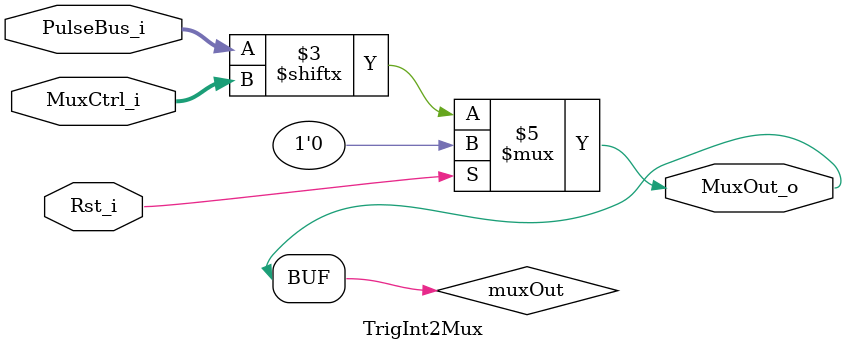
<source format=v>
`timescale 1ns / 1ps
module	TrigInt2Mux	
#(	
	parameter	PGenNum			=	7
)
(
	input	Rst_i,
	
	input	[3:0]	MuxCtrl_i,
	input	[PGenNum-1:0]	PulseBus_i,
	
	output	MuxOut_o
);	

//================================================================================
//  LOCALPARAM

//================================================================================
//	REG/WIRE
	reg		muxOut;
	
//================================================================================
//  ASSIGNMENTS
	assign	MuxOut_o	=	muxOut;

//================================================================================
//  CODING
always	@(*)	begin
	if	(!Rst_i)	begin
		muxOut	=	PulseBus_i[MuxCtrl_i];
	end	else	begin
		muxOut	=	1'b0;
	end
end


endmodule












</source>
